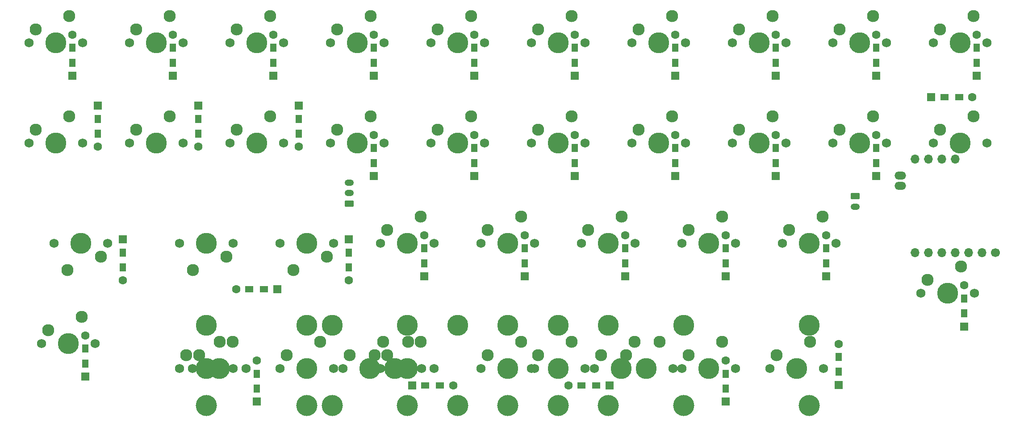
<source format=gbr>
%TF.GenerationSoftware,KiCad,Pcbnew,(7.0.0)*%
%TF.CreationDate,2023-05-17T15:52:52+02:00*%
%TF.ProjectId,Alpha-ISO BLE,416c7068-612d-4495-934f-20424c452e6b,rev?*%
%TF.SameCoordinates,Original*%
%TF.FileFunction,Soldermask,Bot*%
%TF.FilePolarity,Negative*%
%FSLAX46Y46*%
G04 Gerber Fmt 4.6, Leading zero omitted, Abs format (unit mm)*
G04 Created by KiCad (PCBNEW (7.0.0)) date 2023-05-17 15:52:52*
%MOMM*%
%LPD*%
G01*
G04 APERTURE LIST*
G04 Aperture macros list*
%AMRoundRect*
0 Rectangle with rounded corners*
0 $1 Rounding radius*
0 $2 $3 $4 $5 $6 $7 $8 $9 X,Y pos of 4 corners*
0 Add a 4 corners polygon primitive as box body*
4,1,4,$2,$3,$4,$5,$6,$7,$8,$9,$2,$3,0*
0 Add four circle primitives for the rounded corners*
1,1,$1+$1,$2,$3*
1,1,$1+$1,$4,$5*
1,1,$1+$1,$6,$7*
1,1,$1+$1,$8,$9*
0 Add four rect primitives between the rounded corners*
20,1,$1+$1,$2,$3,$4,$5,0*
20,1,$1+$1,$4,$5,$6,$7,0*
20,1,$1+$1,$6,$7,$8,$9,0*
20,1,$1+$1,$8,$9,$2,$3,0*%
G04 Aperture macros list end*
%ADD10R,1.200000X1.600000*%
%ADD11R,1.600000X1.600000*%
%ADD12C,1.600000*%
%ADD13C,1.750000*%
%ADD14C,3.987800*%
%ADD15C,2.300000*%
%ADD16C,4.000000*%
%ADD17R,1.600000X1.200000*%
%ADD18C,1.700000*%
%ADD19O,1.700000X1.700000*%
%ADD20O,2.200000X1.500000*%
%ADD21RoundRect,0.250000X0.625000X-0.350000X0.625000X0.350000X-0.625000X0.350000X-0.625000X-0.350000X0*%
%ADD22O,1.750000X1.200000*%
%ADD23RoundRect,0.250000X-0.625000X0.350000X-0.625000X-0.350000X0.625000X-0.350000X0.625000X0.350000X0*%
G04 APERTURE END LIST*
D10*
%TO.C,D6*%
X149224999Y-75218749D03*
D11*
X149224999Y-77718749D03*
D12*
X149225000Y-69918750D03*
D10*
X149224999Y-72418749D03*
%TD*%
D13*
%TO.C,MX42*%
X143351250Y-95250000D03*
D14*
X148431250Y-95250000D03*
D13*
X153511250Y-95250000D03*
D15*
X144621250Y-92710000D03*
X150971250Y-90170000D03*
%TD*%
D13*
%TO.C,MX14*%
X64770000Y-95250000D03*
D14*
X69850000Y-95250000D03*
D13*
X74930000Y-95250000D03*
D15*
X66040000Y-92710000D03*
X72390000Y-90170000D03*
%TD*%
D10*
%TO.C,D17*%
X87312499Y-47812499D03*
D11*
X87312499Y-45312499D03*
D12*
X87312500Y-53112500D03*
D10*
X87312499Y-50612499D03*
%TD*%
D13*
%TO.C,MX5*%
X51117500Y-71437500D03*
D14*
X46037500Y-71437500D03*
D13*
X40957500Y-71437500D03*
D15*
X49847500Y-73977500D03*
X43497500Y-76517500D03*
%TD*%
D13*
%TO.C,MX12*%
X74930000Y-71437500D03*
D14*
X69850000Y-71437500D03*
D13*
X64770000Y-71437500D03*
D15*
X73660000Y-73977500D03*
X67310000Y-76517500D03*
%TD*%
D16*
%TO.C,S2*%
X127000000Y-102235000D03*
D14*
X127000000Y-86995000D03*
D16*
X88900000Y-102235000D03*
D14*
X88900000Y-86995000D03*
%TD*%
D10*
%TO.C,D35*%
X130174999Y-75218749D03*
D11*
X130174999Y-77718749D03*
D12*
X130175000Y-69918750D03*
D10*
X130174999Y-72418749D03*
%TD*%
%TO.C,D9*%
X158749999Y-37118749D03*
D11*
X158749999Y-39618749D03*
D12*
X158750000Y-31818750D03*
D10*
X158749999Y-34318749D03*
%TD*%
D17*
%TO.C,D24*%
X143766999Y-98424999D03*
D11*
X146266999Y-98424999D03*
D12*
X138467000Y-98425000D03*
D17*
X140966999Y-98424999D03*
%TD*%
D13*
%TO.C,MX35*%
X83820000Y-95250000D03*
D14*
X88900000Y-95250000D03*
D13*
X93980000Y-95250000D03*
D15*
X85090000Y-92710000D03*
X91440000Y-90170000D03*
%TD*%
D10*
%TO.C,D31*%
X196849999Y-56168749D03*
D11*
X196849999Y-58668749D03*
D12*
X196850000Y-50868750D03*
D10*
X196849999Y-53368749D03*
%TD*%
D13*
%TO.C,MX43*%
X148113750Y-95250000D03*
D14*
X153193750Y-95250000D03*
D13*
X158273750Y-95250000D03*
D15*
X149383750Y-92710000D03*
X155733750Y-90170000D03*
%TD*%
D13*
%TO.C,MX26*%
X102870000Y-71437500D03*
D14*
X107950000Y-71437500D03*
D13*
X113030000Y-71437500D03*
D15*
X104140000Y-68897500D03*
X110490000Y-66357500D03*
%TD*%
D10*
%TO.C,D13*%
X168274999Y-75218749D03*
D11*
X168274999Y-77718749D03*
D12*
X168275000Y-69918750D03*
D10*
X168274999Y-72418749D03*
%TD*%
D13*
%TO.C,MX16*%
X169545000Y-33337500D03*
D14*
X174625000Y-33337500D03*
D13*
X179705000Y-33337500D03*
D15*
X170815000Y-30797500D03*
X177165000Y-28257500D03*
%TD*%
D10*
%TO.C,D18*%
X177799999Y-56168749D03*
D11*
X177799999Y-58668749D03*
D12*
X177800000Y-50868750D03*
D10*
X177799999Y-53368749D03*
%TD*%
D17*
%TO.C,D12*%
X80774999Y-80168749D03*
D11*
X83274999Y-80168749D03*
D12*
X75475000Y-80168750D03*
D17*
X77974999Y-80168749D03*
%TD*%
D13*
%TO.C,MX31*%
X112395000Y-52387500D03*
D14*
X117475000Y-52387500D03*
D13*
X122555000Y-52387500D03*
D15*
X113665000Y-49847500D03*
X120015000Y-47307500D03*
%TD*%
D13*
%TO.C,MX29*%
X112395000Y-33337500D03*
D14*
X117475000Y-33337500D03*
D13*
X122555000Y-33337500D03*
D15*
X113665000Y-30797500D03*
X120015000Y-28257500D03*
%TD*%
D13*
%TO.C,MX36*%
X67151250Y-95250000D03*
D14*
X72231250Y-95250000D03*
D13*
X77311250Y-95250000D03*
D15*
X68421250Y-92710000D03*
X74771250Y-90170000D03*
%TD*%
D10*
%TO.C,D20*%
X187324999Y-75218749D03*
D11*
X187324999Y-77718749D03*
D12*
X187325000Y-69918750D03*
D10*
X187324999Y-72418749D03*
%TD*%
%TO.C,D37*%
X213518749Y-84743749D03*
D11*
X213518749Y-87243749D03*
D12*
X213518750Y-79443750D03*
D10*
X213518749Y-81943749D03*
%TD*%
D17*
%TO.C,D32*%
X209737499Y-43656249D03*
D11*
X207237499Y-43656249D03*
D12*
X215037500Y-43656250D03*
D17*
X212537499Y-43656249D03*
%TD*%
D10*
%TO.C,D29*%
X120649999Y-56168749D03*
D11*
X120649999Y-58668749D03*
D12*
X120650000Y-50868750D03*
D10*
X120649999Y-53368749D03*
%TD*%
%TO.C,D2*%
X139699999Y-37118749D03*
D11*
X139699999Y-39618749D03*
D12*
X139700000Y-31818750D03*
D10*
X139699999Y-34318749D03*
%TD*%
D13*
%TO.C,MX8*%
X55245000Y-33337500D03*
D14*
X60325000Y-33337500D03*
D13*
X65405000Y-33337500D03*
D15*
X56515000Y-30797500D03*
X62865000Y-28257500D03*
%TD*%
D13*
%TO.C,MX37*%
X100488750Y-95250000D03*
D14*
X105568750Y-95250000D03*
D13*
X110648750Y-95250000D03*
D15*
X101758750Y-92710000D03*
X108108750Y-90170000D03*
%TD*%
D10*
%TO.C,D15*%
X82549999Y-37118749D03*
D11*
X82549999Y-39618749D03*
D12*
X82550000Y-31818750D03*
D10*
X82549999Y-34318749D03*
%TD*%
D16*
%TO.C,S3*%
X184150000Y-102235000D03*
D14*
X184150000Y-86995000D03*
D16*
X146050000Y-102235000D03*
D14*
X146050000Y-86995000D03*
%TD*%
D13*
%TO.C,MX18*%
X169545000Y-52387500D03*
D14*
X174625000Y-52387500D03*
D13*
X179705000Y-52387500D03*
D15*
X170815000Y-49847500D03*
X177165000Y-47307500D03*
%TD*%
D10*
%TO.C,D28*%
X101599999Y-56168749D03*
D11*
X101599999Y-58668749D03*
D12*
X101600000Y-50868750D03*
D10*
X101599999Y-53368749D03*
%TD*%
%TO.C,D34*%
X111124999Y-75218749D03*
D11*
X111124999Y-77718749D03*
D12*
X111125000Y-69918750D03*
D10*
X111124999Y-72418749D03*
%TD*%
D13*
%TO.C,MX24*%
X93345000Y-52387500D03*
D14*
X98425000Y-52387500D03*
D13*
X103505000Y-52387500D03*
D15*
X94615000Y-49847500D03*
X100965000Y-47307500D03*
%TD*%
D10*
%TO.C,D16*%
X177799999Y-37118749D03*
D11*
X177799999Y-39618749D03*
D12*
X177800000Y-31818750D03*
D10*
X177799999Y-34318749D03*
%TD*%
D13*
%TO.C,MX44*%
X176688750Y-95250000D03*
D14*
X181768750Y-95250000D03*
D13*
X186848750Y-95250000D03*
D15*
X177958750Y-92710000D03*
X184308750Y-90170000D03*
%TD*%
D13*
%TO.C,MX19*%
X93980000Y-71437500D03*
D14*
X88900000Y-71437500D03*
D13*
X83820000Y-71437500D03*
D15*
X92710000Y-73977500D03*
X86360000Y-76517500D03*
%TD*%
D13*
%TO.C,MX21*%
X102870000Y-95250000D03*
D14*
X107950000Y-95250000D03*
D13*
X113030000Y-95250000D03*
D15*
X104140000Y-92710000D03*
X110490000Y-90170000D03*
%TD*%
D13*
%TO.C,MX15*%
X74295000Y-33337500D03*
D14*
X79375000Y-33337500D03*
D13*
X84455000Y-33337500D03*
D15*
X75565000Y-30797500D03*
X81915000Y-28257500D03*
%TD*%
D10*
%TO.C,D40*%
X168274999Y-99031249D03*
D11*
X168274999Y-101531249D03*
D12*
X168275000Y-93731250D03*
D10*
X168274999Y-96231249D03*
%TD*%
D13*
%TO.C,MX4*%
X131445000Y-52387500D03*
D14*
X136525000Y-52387500D03*
D13*
X141605000Y-52387500D03*
D15*
X132715000Y-49847500D03*
X139065000Y-47307500D03*
%TD*%
D13*
%TO.C,MX2*%
X131445000Y-33337500D03*
D14*
X136525000Y-33337500D03*
D13*
X141605000Y-33337500D03*
D15*
X132715000Y-30797500D03*
X139065000Y-28257500D03*
%TD*%
D10*
%TO.C,D23*%
X120649999Y-37118749D03*
D11*
X120649999Y-39618749D03*
D12*
X120650000Y-31818750D03*
D10*
X120649999Y-34318749D03*
%TD*%
D13*
%TO.C,MX11*%
X150495000Y-52387500D03*
D14*
X155575000Y-52387500D03*
D13*
X160655000Y-52387500D03*
D15*
X151765000Y-49847500D03*
X158115000Y-47307500D03*
%TD*%
D13*
%TO.C,MX9*%
X150495000Y-33337500D03*
D14*
X155575000Y-33337500D03*
D13*
X160655000Y-33337500D03*
D15*
X151765000Y-30797500D03*
X158115000Y-28257500D03*
%TD*%
D13*
%TO.C,MX38*%
X95726250Y-95250000D03*
D14*
X100806250Y-95250000D03*
D13*
X105886250Y-95250000D03*
D15*
X96996250Y-92710000D03*
X103346250Y-90170000D03*
%TD*%
D10*
%TO.C,D4*%
X139699999Y-56168749D03*
D11*
X139699999Y-58668749D03*
D12*
X139700000Y-50868750D03*
D10*
X139699999Y-53368749D03*
%TD*%
D16*
%TO.C,S8*%
X184150000Y-102235000D03*
D14*
X184150000Y-86995000D03*
D16*
X88900000Y-102235000D03*
D14*
X88900000Y-86995000D03*
%TD*%
D13*
%TO.C,MX20*%
X179070000Y-71437500D03*
D14*
X184150000Y-71437500D03*
D13*
X189230000Y-71437500D03*
D15*
X180340000Y-68897500D03*
X186690000Y-66357500D03*
%TD*%
D10*
%TO.C,D11*%
X158749999Y-56168749D03*
D11*
X158749999Y-58668749D03*
D12*
X158750000Y-50868750D03*
D10*
X158749999Y-53368749D03*
%TD*%
%TO.C,D3*%
X49212499Y-47812499D03*
D11*
X49212499Y-45312499D03*
D12*
X49212500Y-53112500D03*
D10*
X49212499Y-50612499D03*
%TD*%
D13*
%TO.C,MX3*%
X36195000Y-52387500D03*
D14*
X41275000Y-52387500D03*
D13*
X46355000Y-52387500D03*
D15*
X37465000Y-49847500D03*
X43815000Y-47307500D03*
%TD*%
D10*
%TO.C,D25*%
X196849999Y-37118749D03*
D11*
X196849999Y-39618749D03*
D12*
X196850000Y-31818750D03*
D10*
X196849999Y-34318749D03*
%TD*%
%TO.C,D19*%
X96837499Y-73212499D03*
D11*
X96837499Y-70712499D03*
D12*
X96837500Y-78512500D03*
D10*
X96837499Y-76012499D03*
%TD*%
%TO.C,D14*%
X79374999Y-99031249D03*
D11*
X79374999Y-101531249D03*
D12*
X79375000Y-93731250D03*
D10*
X79374999Y-96231249D03*
%TD*%
%TO.C,D22*%
X101599999Y-37118749D03*
D11*
X101599999Y-39618749D03*
D12*
X101600000Y-31818750D03*
D10*
X101599999Y-34318749D03*
%TD*%
D13*
%TO.C,MX30*%
X207645000Y-33337500D03*
D14*
X212725000Y-33337500D03*
D13*
X217805000Y-33337500D03*
D15*
X208915000Y-30797500D03*
X215265000Y-28257500D03*
%TD*%
D13*
%TO.C,MX39*%
X121920000Y-95250000D03*
D14*
X127000000Y-95250000D03*
D13*
X132080000Y-95250000D03*
D15*
X123190000Y-92710000D03*
X129540000Y-90170000D03*
%TD*%
D16*
%TO.C,S6*%
X117475000Y-102235000D03*
D14*
X117475000Y-86995000D03*
D16*
X93662500Y-102235000D03*
D14*
X93662500Y-86995000D03*
%TD*%
D13*
%TO.C,MX6*%
X140970000Y-71437500D03*
D14*
X146050000Y-71437500D03*
D13*
X151130000Y-71437500D03*
D15*
X142240000Y-68897500D03*
X148590000Y-66357500D03*
%TD*%
D16*
%TO.C,S4*%
X107950000Y-102235000D03*
D14*
X107950000Y-86995000D03*
D16*
X69850000Y-102235000D03*
D14*
X69850000Y-86995000D03*
%TD*%
D10*
%TO.C,D1*%
X44449999Y-37118749D03*
D11*
X44449999Y-39618749D03*
D12*
X44450000Y-31818750D03*
D10*
X44449999Y-34318749D03*
%TD*%
%TO.C,D10*%
X68262499Y-47812499D03*
D11*
X68262499Y-45312499D03*
D12*
X68262500Y-53112500D03*
D10*
X68262499Y-50612499D03*
%TD*%
D13*
%TO.C,MX10*%
X55245000Y-52387500D03*
D14*
X60325000Y-52387500D03*
D13*
X65405000Y-52387500D03*
D15*
X56515000Y-49847500D03*
X62865000Y-47307500D03*
%TD*%
D13*
%TO.C,MX17*%
X74295000Y-52387500D03*
D14*
X79375000Y-52387500D03*
D13*
X84455000Y-52387500D03*
D15*
X75565000Y-49847500D03*
X81915000Y-47307500D03*
%TD*%
D13*
%TO.C,MX27*%
X205263750Y-80962500D03*
D14*
X210343750Y-80962500D03*
D13*
X215423750Y-80962500D03*
D15*
X206533750Y-78422500D03*
X212883750Y-75882500D03*
%TD*%
D16*
%TO.C,S9*%
X184150000Y-102235000D03*
D14*
X184150000Y-86995000D03*
D16*
X69850000Y-102235000D03*
D14*
X69850000Y-86995000D03*
%TD*%
D10*
%TO.C,D7*%
X46831249Y-94268749D03*
D11*
X46831249Y-96768749D03*
D12*
X46831250Y-88968750D03*
D10*
X46831249Y-91468749D03*
%TD*%
D13*
%TO.C,MX23*%
X188595000Y-33337500D03*
D14*
X193675000Y-33337500D03*
D13*
X198755000Y-33337500D03*
D15*
X189865000Y-30797500D03*
X196215000Y-28257500D03*
%TD*%
D13*
%TO.C,MX1*%
X36195000Y-33337500D03*
D14*
X41275000Y-33337500D03*
D13*
X46355000Y-33337500D03*
D15*
X37465000Y-30797500D03*
X43815000Y-28257500D03*
%TD*%
D13*
%TO.C,MX22*%
X93345000Y-33337500D03*
D14*
X98425000Y-33337500D03*
D13*
X103505000Y-33337500D03*
D15*
X94615000Y-30797500D03*
X100965000Y-28257500D03*
%TD*%
D10*
%TO.C,D5*%
X53974999Y-73212499D03*
D11*
X53974999Y-70712499D03*
D12*
X53975000Y-78512500D03*
D10*
X53974999Y-76012499D03*
%TD*%
%TO.C,D27*%
X189706249Y-95856249D03*
D11*
X189706249Y-98356249D03*
D12*
X189706250Y-90556250D03*
D10*
X189706249Y-93056249D03*
%TD*%
D17*
%TO.C,D21*%
X111312499Y-98424999D03*
D11*
X108812499Y-98424999D03*
D12*
X116612500Y-98425000D03*
D17*
X114112499Y-98424999D03*
%TD*%
D13*
%TO.C,MX25*%
X188595000Y-52387500D03*
D14*
X193675000Y-52387500D03*
D13*
X198755000Y-52387500D03*
D15*
X189865000Y-49847500D03*
X196215000Y-47307500D03*
%TD*%
D10*
%TO.C,D8*%
X63499999Y-37118749D03*
D11*
X63499999Y-39618749D03*
D12*
X63500000Y-31818750D03*
D10*
X63499999Y-34318749D03*
%TD*%
D16*
%TO.C,S7*%
X160337500Y-102235000D03*
D14*
X160337500Y-86995000D03*
D16*
X136525000Y-102235000D03*
D14*
X136525000Y-86995000D03*
%TD*%
D10*
%TO.C,D26*%
X215899999Y-37118749D03*
D11*
X215899999Y-39618749D03*
D12*
X215900000Y-31818750D03*
D10*
X215899999Y-34318749D03*
%TD*%
D13*
%TO.C,MX28*%
X160020000Y-95250000D03*
D14*
X165100000Y-95250000D03*
D13*
X170180000Y-95250000D03*
D15*
X161290000Y-92710000D03*
X167640000Y-90170000D03*
%TD*%
D13*
%TO.C,MX32*%
X207645000Y-52387500D03*
D14*
X212725000Y-52387500D03*
D13*
X217805000Y-52387500D03*
D15*
X208915000Y-49847500D03*
X215265000Y-47307500D03*
%TD*%
D13*
%TO.C,MX7*%
X38576250Y-90487500D03*
D14*
X43656250Y-90487500D03*
D13*
X48736250Y-90487500D03*
D15*
X39846250Y-87947500D03*
X46196250Y-85407500D03*
%TD*%
D13*
%TO.C,MX33*%
X121920000Y-71437500D03*
D14*
X127000000Y-71437500D03*
D13*
X132080000Y-71437500D03*
D15*
X123190000Y-68897500D03*
X129540000Y-66357500D03*
%TD*%
D13*
%TO.C,MX34*%
X131445000Y-95250000D03*
D14*
X136525000Y-95250000D03*
D13*
X141605000Y-95250000D03*
D15*
X132715000Y-92710000D03*
X139065000Y-90170000D03*
%TD*%
D13*
%TO.C,MX13*%
X160020000Y-71437500D03*
D14*
X165100000Y-71437500D03*
D13*
X170180000Y-71437500D03*
D15*
X161290000Y-68897500D03*
X167640000Y-66357500D03*
%TD*%
D18*
%TO.C,J1*%
X219386662Y-73189580D03*
D19*
X216846661Y-73189579D03*
X214306661Y-73189579D03*
X211766661Y-73189579D03*
X209226661Y-73189579D03*
X206686661Y-73189579D03*
X204146661Y-73189579D03*
D20*
X201352661Y-60489579D03*
X201352661Y-58584579D03*
D19*
X204146661Y-55409579D03*
X206686661Y-55409579D03*
X209226661Y-55409579D03*
X211766661Y-55409579D03*
%TD*%
D21*
%TO.C,J3*%
X96906250Y-63912500D03*
D22*
X96906249Y-61912499D03*
X96906249Y-59912499D03*
%TD*%
D23*
%TO.C,J2*%
X192812500Y-62500000D03*
D22*
X192812499Y-64499999D03*
%TD*%
M02*

</source>
